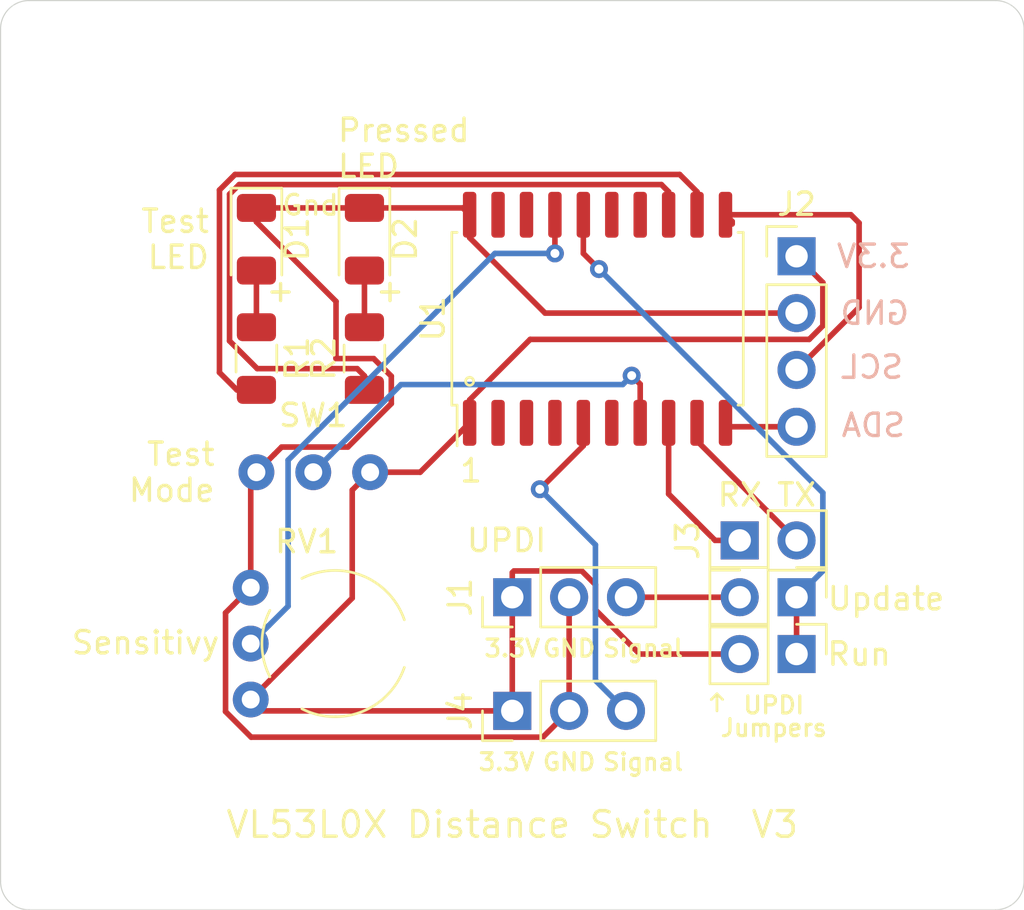
<source format=kicad_pcb>
(kicad_pcb (version 20171130) (host pcbnew "(5.1.6)-1")

  (general
    (thickness 1.6)
    (drawings 37)
    (tracks 114)
    (zones 0)
    (modules 13)
    (nets 24)
  )

  (page A4)
  (layers
    (0 F.Cu signal)
    (31 B.Cu signal)
    (32 B.Adhes user)
    (33 F.Adhes user)
    (34 B.Paste user)
    (35 F.Paste user)
    (36 B.SilkS user)
    (37 F.SilkS user)
    (38 B.Mask user)
    (39 F.Mask user)
    (40 Dwgs.User user)
    (41 Cmts.User user)
    (42 Eco1.User user)
    (43 Eco2.User user)
    (44 Edge.Cuts user)
    (45 Margin user)
    (46 B.CrtYd user)
    (47 F.CrtYd user)
    (48 B.Fab user)
    (49 F.Fab user)
  )

  (setup
    (last_trace_width 0.25)
    (trace_clearance 0.2)
    (zone_clearance 0.508)
    (zone_45_only no)
    (trace_min 0.2)
    (via_size 0.8)
    (via_drill 0.4)
    (via_min_size 0.4)
    (via_min_drill 0.3)
    (uvia_size 0.3)
    (uvia_drill 0.1)
    (uvias_allowed no)
    (uvia_min_size 0.2)
    (uvia_min_drill 0.1)
    (edge_width 0.05)
    (segment_width 0.2)
    (pcb_text_width 0.3)
    (pcb_text_size 1.5 1.5)
    (mod_edge_width 0.12)
    (mod_text_size 1 1)
    (mod_text_width 0.15)
    (pad_size 1.524 1.524)
    (pad_drill 0.762)
    (pad_to_mask_clearance 0.051)
    (solder_mask_min_width 0.25)
    (aux_axis_origin 0 0)
    (visible_elements 7FFFFFFF)
    (pcbplotparams
      (layerselection 0x010fc_ffffffff)
      (usegerberextensions false)
      (usegerberattributes false)
      (usegerberadvancedattributes false)
      (creategerberjobfile false)
      (excludeedgelayer true)
      (linewidth 0.100000)
      (plotframeref false)
      (viasonmask false)
      (mode 1)
      (useauxorigin false)
      (hpglpennumber 1)
      (hpglpenspeed 20)
      (hpglpendiameter 15.000000)
      (psnegative false)
      (psa4output false)
      (plotreference true)
      (plotvalue true)
      (plotinvisibletext false)
      (padsonsilk false)
      (subtractmaskfromsilk false)
      (outputformat 1)
      (mirror false)
      (drillshape 0)
      (scaleselection 1)
      (outputdirectory "Gerbers/"))
  )

  (net 0 "")
  (net 1 "Net-(D1-Pad2)")
  (net 2 GND)
  (net 3 "Net-(D2-Pad2)")
  (net 4 +3V3)
  (net 5 "Net-(J2-Pad3)")
  (net 6 "Net-(J2-Pad4)")
  (net 7 "Net-(J3-Pad1)")
  (net 8 "Net-(J3-Pad2)")
  (net 9 "Net-(J4-Pad3)")
  (net 10 "Net-(JP1-Pad1)")
  (net 11 "Net-(R1-Pad2)")
  (net 12 "Net-(R2-Pad1)")
  (net 13 "Net-(RV1-Pad2)")
  (net 14 "Net-(SW1-Pad2)")
  (net 15 "Net-(U1-Pad2)")
  (net 16 "Net-(U1-Pad3)")
  (net 17 "Net-(U1-Pad4)")
  (net 18 "Net-(U1-Pad6)")
  (net 19 "Net-(U1-Pad14)")
  (net 20 "Net-(U1-Pad15)")
  (net 21 "Net-(U1-Pad18)")
  (net 22 "Net-(U1-Pad19)")
  (net 23 "Net-(J1-Pad3)")

  (net_class Default "This is the default net class."
    (clearance 0.2)
    (trace_width 0.25)
    (via_dia 0.8)
    (via_drill 0.4)
    (uvia_dia 0.3)
    (uvia_drill 0.1)
    (add_net +3V3)
    (add_net GND)
    (add_net "Net-(D1-Pad2)")
    (add_net "Net-(D2-Pad2)")
    (add_net "Net-(J1-Pad3)")
    (add_net "Net-(J2-Pad3)")
    (add_net "Net-(J2-Pad4)")
    (add_net "Net-(J3-Pad1)")
    (add_net "Net-(J3-Pad2)")
    (add_net "Net-(J4-Pad3)")
    (add_net "Net-(JP1-Pad1)")
    (add_net "Net-(R1-Pad2)")
    (add_net "Net-(R2-Pad1)")
    (add_net "Net-(RV1-Pad2)")
    (add_net "Net-(SW1-Pad2)")
    (add_net "Net-(U1-Pad14)")
    (add_net "Net-(U1-Pad15)")
    (add_net "Net-(U1-Pad18)")
    (add_net "Net-(U1-Pad19)")
    (add_net "Net-(U1-Pad2)")
    (add_net "Net-(U1-Pad3)")
    (add_net "Net-(U1-Pad4)")
    (add_net "Net-(U1-Pad6)")
  )

  (module LED_SMD:LED_1206_3216Metric (layer F.Cu) (tedit 5B301BBE) (tstamp 5F0E8A74)
    (at 123.19 66.548 270)
    (descr "LED SMD 1206 (3216 Metric), square (rectangular) end terminal, IPC_7351 nominal, (Body size source: http://www.tortai-tech.com/upload/download/2011102023233369053.pdf), generated with kicad-footprint-generator")
    (tags diode)
    (path /5F0E7C07)
    (attr smd)
    (fp_text reference D1 (at 0 -1.82 90) (layer F.SilkS)
      (effects (font (size 1 1) (thickness 0.15)))
    )
    (fp_text value "Mode LED" (at 0 1.82 90) (layer F.Fab)
      (effects (font (size 1 1) (thickness 0.15)))
    )
    (fp_line (start 2.28 1.12) (end -2.28 1.12) (layer F.CrtYd) (width 0.05))
    (fp_line (start 2.28 -1.12) (end 2.28 1.12) (layer F.CrtYd) (width 0.05))
    (fp_line (start -2.28 -1.12) (end 2.28 -1.12) (layer F.CrtYd) (width 0.05))
    (fp_line (start -2.28 1.12) (end -2.28 -1.12) (layer F.CrtYd) (width 0.05))
    (fp_line (start -2.285 1.135) (end 1.6 1.135) (layer F.SilkS) (width 0.12))
    (fp_line (start -2.285 -1.135) (end -2.285 1.135) (layer F.SilkS) (width 0.12))
    (fp_line (start 1.6 -1.135) (end -2.285 -1.135) (layer F.SilkS) (width 0.12))
    (fp_line (start 1.6 0.8) (end 1.6 -0.8) (layer F.Fab) (width 0.1))
    (fp_line (start -1.6 0.8) (end 1.6 0.8) (layer F.Fab) (width 0.1))
    (fp_line (start -1.6 -0.4) (end -1.6 0.8) (layer F.Fab) (width 0.1))
    (fp_line (start -1.2 -0.8) (end -1.6 -0.4) (layer F.Fab) (width 0.1))
    (fp_line (start 1.6 -0.8) (end -1.2 -0.8) (layer F.Fab) (width 0.1))
    (fp_text user %R (at 0 0 90) (layer F.Fab)
      (effects (font (size 0.8 0.8) (thickness 0.12)))
    )
    (pad 2 smd roundrect (at 1.4 0 270) (size 1.25 1.75) (layers F.Cu F.Paste F.Mask) (roundrect_rratio 0.2)
      (net 1 "Net-(D1-Pad2)"))
    (pad 1 smd roundrect (at -1.4 0 270) (size 1.25 1.75) (layers F.Cu F.Paste F.Mask) (roundrect_rratio 0.2)
      (net 2 GND))
    (model ${KISYS3DMOD}/LED_SMD.3dshapes/LED_1206_3216Metric.wrl
      (at (xyz 0 0 0))
      (scale (xyz 1 1 1))
      (rotate (xyz 0 0 0))
    )
  )

  (module LED_SMD:LED_1206_3216Metric (layer F.Cu) (tedit 5B301BBE) (tstamp 5F0E8A87)
    (at 128.016 66.548 270)
    (descr "LED SMD 1206 (3216 Metric), square (rectangular) end terminal, IPC_7351 nominal, (Body size source: http://www.tortai-tech.com/upload/download/2011102023233369053.pdf), generated with kicad-footprint-generator")
    (tags diode)
    (path /5F06C9B2)
    (attr smd)
    (fp_text reference D2 (at 0 -1.82 90) (layer F.SilkS)
      (effects (font (size 1 1) (thickness 0.15)))
    )
    (fp_text value "Button LED" (at 0 1.82 90) (layer F.Fab)
      (effects (font (size 1 1) (thickness 0.15)))
    )
    (fp_line (start 1.6 -0.8) (end -1.2 -0.8) (layer F.Fab) (width 0.1))
    (fp_line (start -1.2 -0.8) (end -1.6 -0.4) (layer F.Fab) (width 0.1))
    (fp_line (start -1.6 -0.4) (end -1.6 0.8) (layer F.Fab) (width 0.1))
    (fp_line (start -1.6 0.8) (end 1.6 0.8) (layer F.Fab) (width 0.1))
    (fp_line (start 1.6 0.8) (end 1.6 -0.8) (layer F.Fab) (width 0.1))
    (fp_line (start 1.6 -1.135) (end -2.285 -1.135) (layer F.SilkS) (width 0.12))
    (fp_line (start -2.285 -1.135) (end -2.285 1.135) (layer F.SilkS) (width 0.12))
    (fp_line (start -2.285 1.135) (end 1.6 1.135) (layer F.SilkS) (width 0.12))
    (fp_line (start -2.28 1.12) (end -2.28 -1.12) (layer F.CrtYd) (width 0.05))
    (fp_line (start -2.28 -1.12) (end 2.28 -1.12) (layer F.CrtYd) (width 0.05))
    (fp_line (start 2.28 -1.12) (end 2.28 1.12) (layer F.CrtYd) (width 0.05))
    (fp_line (start 2.28 1.12) (end -2.28 1.12) (layer F.CrtYd) (width 0.05))
    (fp_text user %R (at 0 0 90) (layer F.Fab)
      (effects (font (size 0.8 0.8) (thickness 0.12)))
    )
    (pad 1 smd roundrect (at -1.4 0 270) (size 1.25 1.75) (layers F.Cu F.Paste F.Mask) (roundrect_rratio 0.2)
      (net 2 GND))
    (pad 2 smd roundrect (at 1.4 0 270) (size 1.25 1.75) (layers F.Cu F.Paste F.Mask) (roundrect_rratio 0.2)
      (net 3 "Net-(D2-Pad2)"))
    (model ${KISYS3DMOD}/LED_SMD.3dshapes/LED_1206_3216Metric.wrl
      (at (xyz 0 0 0))
      (scale (xyz 1 1 1))
      (rotate (xyz 0 0 0))
    )
  )

  (module Connector_PinHeader_2.54mm:PinHeader_1x03_P2.54mm_Vertical (layer F.Cu) (tedit 59FED5CC) (tstamp 5F0E8A9E)
    (at 134.62 82.55 90)
    (descr "Through hole straight pin header, 1x03, 2.54mm pitch, single row")
    (tags "Through hole pin header THT 1x03 2.54mm single row")
    (path /5F0F637A)
    (fp_text reference J1 (at 0 -2.33 90) (layer F.SilkS)
      (effects (font (size 1 1) (thickness 0.15)))
    )
    (fp_text value Conn_01x03_Male (at 0 7.41 90) (layer F.Fab)
      (effects (font (size 1 1) (thickness 0.15)))
    )
    (fp_line (start 1.8 -1.8) (end -1.8 -1.8) (layer F.CrtYd) (width 0.05))
    (fp_line (start 1.8 6.85) (end 1.8 -1.8) (layer F.CrtYd) (width 0.05))
    (fp_line (start -1.8 6.85) (end 1.8 6.85) (layer F.CrtYd) (width 0.05))
    (fp_line (start -1.8 -1.8) (end -1.8 6.85) (layer F.CrtYd) (width 0.05))
    (fp_line (start -1.33 -1.33) (end 0 -1.33) (layer F.SilkS) (width 0.12))
    (fp_line (start -1.33 0) (end -1.33 -1.33) (layer F.SilkS) (width 0.12))
    (fp_line (start -1.33 1.27) (end 1.33 1.27) (layer F.SilkS) (width 0.12))
    (fp_line (start 1.33 1.27) (end 1.33 6.41) (layer F.SilkS) (width 0.12))
    (fp_line (start -1.33 1.27) (end -1.33 6.41) (layer F.SilkS) (width 0.12))
    (fp_line (start -1.33 6.41) (end 1.33 6.41) (layer F.SilkS) (width 0.12))
    (fp_line (start -1.27 -0.635) (end -0.635 -1.27) (layer F.Fab) (width 0.1))
    (fp_line (start -1.27 6.35) (end -1.27 -0.635) (layer F.Fab) (width 0.1))
    (fp_line (start 1.27 6.35) (end -1.27 6.35) (layer F.Fab) (width 0.1))
    (fp_line (start 1.27 -1.27) (end 1.27 6.35) (layer F.Fab) (width 0.1))
    (fp_line (start -0.635 -1.27) (end 1.27 -1.27) (layer F.Fab) (width 0.1))
    (fp_text user %R (at 0 2.54) (layer F.Fab)
      (effects (font (size 1 1) (thickness 0.15)))
    )
    (pad 3 thru_hole oval (at 0 5.08 90) (size 1.7 1.7) (drill 1) (layers *.Cu *.Mask)
      (net 23 "Net-(J1-Pad3)"))
    (pad 2 thru_hole oval (at 0 2.54 90) (size 1.7 1.7) (drill 1) (layers *.Cu *.Mask)
      (net 2 GND))
    (pad 1 thru_hole rect (at 0 0 90) (size 1.7 1.7) (drill 1) (layers *.Cu *.Mask)
      (net 4 +3V3))
    (model ${KISYS3DMOD}/Connector_PinHeader_2.54mm.3dshapes/PinHeader_1x03_P2.54mm_Vertical.wrl
      (at (xyz 0 0 0))
      (scale (xyz 1 1 1))
      (rotate (xyz 0 0 0))
    )
  )

  (module Connector_PinHeader_2.54mm:PinHeader_1x04_P2.54mm_Vertical (layer F.Cu) (tedit 59FED5CC) (tstamp 5F0E8AB6)
    (at 147.32 67.31)
    (descr "Through hole straight pin header, 1x04, 2.54mm pitch, single row")
    (tags "Through hole pin header THT 1x04 2.54mm single row")
    (path /5F06934F)
    (fp_text reference J2 (at 0 -2.33) (layer F.SilkS)
      (effects (font (size 1 1) (thickness 0.15)))
    )
    (fp_text value Conn_01x04_Female (at 0 9.95) (layer F.Fab)
      (effects (font (size 1 1) (thickness 0.15)))
    )
    (fp_line (start -0.635 -1.27) (end 1.27 -1.27) (layer F.Fab) (width 0.1))
    (fp_line (start 1.27 -1.27) (end 1.27 8.89) (layer F.Fab) (width 0.1))
    (fp_line (start 1.27 8.89) (end -1.27 8.89) (layer F.Fab) (width 0.1))
    (fp_line (start -1.27 8.89) (end -1.27 -0.635) (layer F.Fab) (width 0.1))
    (fp_line (start -1.27 -0.635) (end -0.635 -1.27) (layer F.Fab) (width 0.1))
    (fp_line (start -1.33 8.95) (end 1.33 8.95) (layer F.SilkS) (width 0.12))
    (fp_line (start -1.33 1.27) (end -1.33 8.95) (layer F.SilkS) (width 0.12))
    (fp_line (start 1.33 1.27) (end 1.33 8.95) (layer F.SilkS) (width 0.12))
    (fp_line (start -1.33 1.27) (end 1.33 1.27) (layer F.SilkS) (width 0.12))
    (fp_line (start -1.33 0) (end -1.33 -1.33) (layer F.SilkS) (width 0.12))
    (fp_line (start -1.33 -1.33) (end 0 -1.33) (layer F.SilkS) (width 0.12))
    (fp_line (start -1.8 -1.8) (end -1.8 9.4) (layer F.CrtYd) (width 0.05))
    (fp_line (start -1.8 9.4) (end 1.8 9.4) (layer F.CrtYd) (width 0.05))
    (fp_line (start 1.8 9.4) (end 1.8 -1.8) (layer F.CrtYd) (width 0.05))
    (fp_line (start 1.8 -1.8) (end -1.8 -1.8) (layer F.CrtYd) (width 0.05))
    (fp_text user %R (at 0 3.81 90) (layer F.Fab)
      (effects (font (size 1 1) (thickness 0.15)))
    )
    (pad 1 thru_hole rect (at 0 0) (size 1.7 1.7) (drill 1) (layers *.Cu *.Mask)
      (net 4 +3V3))
    (pad 2 thru_hole oval (at 0 2.54) (size 1.7 1.7) (drill 1) (layers *.Cu *.Mask)
      (net 2 GND))
    (pad 3 thru_hole oval (at 0 5.08) (size 1.7 1.7) (drill 1) (layers *.Cu *.Mask)
      (net 5 "Net-(J2-Pad3)"))
    (pad 4 thru_hole oval (at 0 7.62) (size 1.7 1.7) (drill 1) (layers *.Cu *.Mask)
      (net 6 "Net-(J2-Pad4)"))
    (model ${KISYS3DMOD}/Connector_PinHeader_2.54mm.3dshapes/PinHeader_1x04_P2.54mm_Vertical.wrl
      (at (xyz 0 0 0))
      (scale (xyz 1 1 1))
      (rotate (xyz 0 0 0))
    )
  )

  (module Connector_PinHeader_2.54mm:PinHeader_1x02_P2.54mm_Vertical (layer F.Cu) (tedit 59FED5CC) (tstamp 5F0E8ACC)
    (at 144.78 80.01 90)
    (descr "Through hole straight pin header, 1x02, 2.54mm pitch, single row")
    (tags "Through hole pin header THT 1x02 2.54mm single row")
    (path /5F105FA1)
    (fp_text reference J3 (at 0 -2.33 90) (layer F.SilkS)
      (effects (font (size 1 1) (thickness 0.15)))
    )
    (fp_text value Conn_01x02_Male (at 0 4.87 90) (layer F.Fab)
      (effects (font (size 1 1) (thickness 0.15)))
    )
    (fp_line (start -0.635 -1.27) (end 1.27 -1.27) (layer F.Fab) (width 0.1))
    (fp_line (start 1.27 -1.27) (end 1.27 3.81) (layer F.Fab) (width 0.1))
    (fp_line (start 1.27 3.81) (end -1.27 3.81) (layer F.Fab) (width 0.1))
    (fp_line (start -1.27 3.81) (end -1.27 -0.635) (layer F.Fab) (width 0.1))
    (fp_line (start -1.27 -0.635) (end -0.635 -1.27) (layer F.Fab) (width 0.1))
    (fp_line (start -1.33 3.87) (end 1.33 3.87) (layer F.SilkS) (width 0.12))
    (fp_line (start -1.33 1.27) (end -1.33 3.87) (layer F.SilkS) (width 0.12))
    (fp_line (start 1.33 1.27) (end 1.33 3.87) (layer F.SilkS) (width 0.12))
    (fp_line (start -1.33 1.27) (end 1.33 1.27) (layer F.SilkS) (width 0.12))
    (fp_line (start -1.33 0) (end -1.33 -1.33) (layer F.SilkS) (width 0.12))
    (fp_line (start -1.33 -1.33) (end 0 -1.33) (layer F.SilkS) (width 0.12))
    (fp_line (start -1.8 -1.8) (end -1.8 4.35) (layer F.CrtYd) (width 0.05))
    (fp_line (start -1.8 4.35) (end 1.8 4.35) (layer F.CrtYd) (width 0.05))
    (fp_line (start 1.8 4.35) (end 1.8 -1.8) (layer F.CrtYd) (width 0.05))
    (fp_line (start 1.8 -1.8) (end -1.8 -1.8) (layer F.CrtYd) (width 0.05))
    (fp_text user %R (at 0 1.27) (layer F.Fab)
      (effects (font (size 1 1) (thickness 0.15)))
    )
    (pad 1 thru_hole rect (at 0 0 90) (size 1.7 1.7) (drill 1) (layers *.Cu *.Mask)
      (net 7 "Net-(J3-Pad1)"))
    (pad 2 thru_hole oval (at 0 2.54 90) (size 1.7 1.7) (drill 1) (layers *.Cu *.Mask)
      (net 8 "Net-(J3-Pad2)"))
    (model ${KISYS3DMOD}/Connector_PinHeader_2.54mm.3dshapes/PinHeader_1x02_P2.54mm_Vertical.wrl
      (at (xyz 0 0 0))
      (scale (xyz 1 1 1))
      (rotate (xyz 0 0 0))
    )
  )

  (module Connector_PinHeader_2.54mm:PinHeader_1x03_P2.54mm_Vertical (layer F.Cu) (tedit 59FED5CC) (tstamp 5F0E8AE3)
    (at 134.62 87.63 90)
    (descr "Through hole straight pin header, 1x03, 2.54mm pitch, single row")
    (tags "Through hole pin header THT 1x03 2.54mm single row")
    (path /5F06E200)
    (fp_text reference J4 (at 0 -2.33 90) (layer F.SilkS)
      (effects (font (size 1 1) (thickness 0.15)))
    )
    (fp_text value Conn_01x03_Male (at 0 7.41 90) (layer F.Fab)
      (effects (font (size 1 1) (thickness 0.15)))
    )
    (fp_line (start -0.635 -1.27) (end 1.27 -1.27) (layer F.Fab) (width 0.1))
    (fp_line (start 1.27 -1.27) (end 1.27 6.35) (layer F.Fab) (width 0.1))
    (fp_line (start 1.27 6.35) (end -1.27 6.35) (layer F.Fab) (width 0.1))
    (fp_line (start -1.27 6.35) (end -1.27 -0.635) (layer F.Fab) (width 0.1))
    (fp_line (start -1.27 -0.635) (end -0.635 -1.27) (layer F.Fab) (width 0.1))
    (fp_line (start -1.33 6.41) (end 1.33 6.41) (layer F.SilkS) (width 0.12))
    (fp_line (start -1.33 1.27) (end -1.33 6.41) (layer F.SilkS) (width 0.12))
    (fp_line (start 1.33 1.27) (end 1.33 6.41) (layer F.SilkS) (width 0.12))
    (fp_line (start -1.33 1.27) (end 1.33 1.27) (layer F.SilkS) (width 0.12))
    (fp_line (start -1.33 0) (end -1.33 -1.33) (layer F.SilkS) (width 0.12))
    (fp_line (start -1.33 -1.33) (end 0 -1.33) (layer F.SilkS) (width 0.12))
    (fp_line (start -1.8 -1.8) (end -1.8 6.85) (layer F.CrtYd) (width 0.05))
    (fp_line (start -1.8 6.85) (end 1.8 6.85) (layer F.CrtYd) (width 0.05))
    (fp_line (start 1.8 6.85) (end 1.8 -1.8) (layer F.CrtYd) (width 0.05))
    (fp_line (start 1.8 -1.8) (end -1.8 -1.8) (layer F.CrtYd) (width 0.05))
    (fp_text user %R (at 0 2.54) (layer F.Fab)
      (effects (font (size 1 1) (thickness 0.15)))
    )
    (pad 1 thru_hole rect (at 0 0 90) (size 1.7 1.7) (drill 1) (layers *.Cu *.Mask)
      (net 4 +3V3))
    (pad 2 thru_hole oval (at 0 2.54 90) (size 1.7 1.7) (drill 1) (layers *.Cu *.Mask)
      (net 2 GND))
    (pad 3 thru_hole oval (at 0 5.08 90) (size 1.7 1.7) (drill 1) (layers *.Cu *.Mask)
      (net 9 "Net-(J4-Pad3)"))
    (model ${KISYS3DMOD}/Connector_PinHeader_2.54mm.3dshapes/PinHeader_1x03_P2.54mm_Vertical.wrl
      (at (xyz 0 0 0))
      (scale (xyz 1 1 1))
      (rotate (xyz 0 0 0))
    )
  )

  (module Connector_PinHeader_2.54mm:PinHeader_1x02_P2.54mm_Vertical (layer F.Cu) (tedit 59FED5CC) (tstamp 5F0E8AF9)
    (at 147.32 85.09 270)
    (descr "Through hole straight pin header, 1x02, 2.54mm pitch, single row")
    (tags "Through hole pin header THT 1x02 2.54mm single row")
    (path /5F0ED243)
    (fp_text reference Run (at 0 -2.794 180) (layer F.SilkS)
      (effects (font (size 1 1) (thickness 0.15)))
    )
    (fp_text value Jumper_NO_Small (at 0 4.87 90) (layer F.Fab)
      (effects (font (size 1 1) (thickness 0.15)))
    )
    (fp_line (start 1.8 -1.8) (end -1.8 -1.8) (layer F.CrtYd) (width 0.05))
    (fp_line (start 1.8 4.35) (end 1.8 -1.8) (layer F.CrtYd) (width 0.05))
    (fp_line (start -1.8 4.35) (end 1.8 4.35) (layer F.CrtYd) (width 0.05))
    (fp_line (start -1.8 -1.8) (end -1.8 4.35) (layer F.CrtYd) (width 0.05))
    (fp_line (start -1.33 -1.33) (end 0 -1.33) (layer F.SilkS) (width 0.12))
    (fp_line (start -1.33 0) (end -1.33 -1.33) (layer F.SilkS) (width 0.12))
    (fp_line (start -1.33 1.27) (end 1.33 1.27) (layer F.SilkS) (width 0.12))
    (fp_line (start 1.33 1.27) (end 1.33 3.87) (layer F.SilkS) (width 0.12))
    (fp_line (start -1.33 1.27) (end -1.33 3.87) (layer F.SilkS) (width 0.12))
    (fp_line (start -1.33 3.87) (end 1.33 3.87) (layer F.SilkS) (width 0.12))
    (fp_line (start -1.27 -0.635) (end -0.635 -1.27) (layer F.Fab) (width 0.1))
    (fp_line (start -1.27 3.81) (end -1.27 -0.635) (layer F.Fab) (width 0.1))
    (fp_line (start 1.27 3.81) (end -1.27 3.81) (layer F.Fab) (width 0.1))
    (fp_line (start 1.27 -1.27) (end 1.27 3.81) (layer F.Fab) (width 0.1))
    (fp_line (start -0.635 -1.27) (end 1.27 -1.27) (layer F.Fab) (width 0.1))
    (fp_text user %R (at 0 1.27) (layer F.Fab)
      (effects (font (size 1 1) (thickness 0.15)))
    )
    (pad 2 thru_hole oval (at 0 2.54 270) (size 1.7 1.7) (drill 1) (layers *.Cu *.Mask)
      (net 4 +3V3))
    (pad 1 thru_hole rect (at 0 0 270) (size 1.7 1.7) (drill 1) (layers *.Cu *.Mask)
      (net 10 "Net-(JP1-Pad1)"))
    (model ${KISYS3DMOD}/Connector_PinHeader_2.54mm.3dshapes/PinHeader_1x02_P2.54mm_Vertical.wrl
      (at (xyz 0 0 0))
      (scale (xyz 1 1 1))
      (rotate (xyz 0 0 0))
    )
  )

  (module Connector_PinHeader_2.54mm:PinHeader_1x02_P2.54mm_Vertical (layer F.Cu) (tedit 59FED5CC) (tstamp 5F0E9653)
    (at 147.32 82.55 270)
    (descr "Through hole straight pin header, 1x02, 2.54mm pitch, single row")
    (tags "Through hole pin header THT 1x02 2.54mm single row")
    (path /5F0EE75E)
    (fp_text reference Update (at 0.0635 -4.0005 180) (layer F.SilkS)
      (effects (font (size 1 1) (thickness 0.15)))
    )
    (fp_text value Jumper_NO_Small (at 0 4.87 90) (layer F.Fab)
      (effects (font (size 1 1) (thickness 0.15)))
    )
    (fp_line (start 1.8 -1.8) (end -1.8 -1.8) (layer F.CrtYd) (width 0.05))
    (fp_line (start 1.8 4.35) (end 1.8 -1.8) (layer F.CrtYd) (width 0.05))
    (fp_line (start -1.8 4.35) (end 1.8 4.35) (layer F.CrtYd) (width 0.05))
    (fp_line (start -1.8 -1.8) (end -1.8 4.35) (layer F.CrtYd) (width 0.05))
    (fp_line (start -1.33 -1.33) (end 0 -1.33) (layer F.SilkS) (width 0.12))
    (fp_line (start -1.33 0) (end -1.33 -1.33) (layer F.SilkS) (width 0.12))
    (fp_line (start -1.33 1.27) (end 1.33 1.27) (layer F.SilkS) (width 0.12))
    (fp_line (start 1.33 1.27) (end 1.33 3.87) (layer F.SilkS) (width 0.12))
    (fp_line (start -1.33 1.27) (end -1.33 3.87) (layer F.SilkS) (width 0.12))
    (fp_line (start -1.33 3.87) (end 1.33 3.87) (layer F.SilkS) (width 0.12))
    (fp_line (start -1.27 -0.635) (end -0.635 -1.27) (layer F.Fab) (width 0.1))
    (fp_line (start -1.27 3.81) (end -1.27 -0.635) (layer F.Fab) (width 0.1))
    (fp_line (start 1.27 3.81) (end -1.27 3.81) (layer F.Fab) (width 0.1))
    (fp_line (start 1.27 -1.27) (end 1.27 3.81) (layer F.Fab) (width 0.1))
    (fp_line (start -0.635 -1.27) (end 1.27 -1.27) (layer F.Fab) (width 0.1))
    (fp_text user %R (at 0 1.27) (layer F.Fab)
      (effects (font (size 1 1) (thickness 0.15)))
    )
    (pad 2 thru_hole oval (at 0 2.54 270) (size 1.7 1.7) (drill 1) (layers *.Cu *.Mask)
      (net 23 "Net-(J1-Pad3)"))
    (pad 1 thru_hole rect (at 0 0 270) (size 1.7 1.7) (drill 1) (layers *.Cu *.Mask)
      (net 10 "Net-(JP1-Pad1)"))
    (model ${KISYS3DMOD}/Connector_PinHeader_2.54mm.3dshapes/PinHeader_1x02_P2.54mm_Vertical.wrl
      (at (xyz 0 0 0))
      (scale (xyz 1 1 1))
      (rotate (xyz 0 0 0))
    )
  )

  (module Resistor_SMD:R_1206_3216Metric (layer F.Cu) (tedit 5B301BBD) (tstamp 5F0E8B20)
    (at 123.19 71.882 270)
    (descr "Resistor SMD 1206 (3216 Metric), square (rectangular) end terminal, IPC_7351 nominal, (Body size source: http://www.tortai-tech.com/upload/download/2011102023233369053.pdf), generated with kicad-footprint-generator")
    (tags resistor)
    (path /5F06D11A)
    (attr smd)
    (fp_text reference R1 (at 0 -1.82 90) (layer F.SilkS)
      (effects (font (size 1 1) (thickness 0.15)))
    )
    (fp_text value 220 (at 0 1.82 90) (layer F.Fab)
      (effects (font (size 1 1) (thickness 0.15)))
    )
    (fp_line (start -1.6 0.8) (end -1.6 -0.8) (layer F.Fab) (width 0.1))
    (fp_line (start -1.6 -0.8) (end 1.6 -0.8) (layer F.Fab) (width 0.1))
    (fp_line (start 1.6 -0.8) (end 1.6 0.8) (layer F.Fab) (width 0.1))
    (fp_line (start 1.6 0.8) (end -1.6 0.8) (layer F.Fab) (width 0.1))
    (fp_line (start -0.602064 -0.91) (end 0.602064 -0.91) (layer F.SilkS) (width 0.12))
    (fp_line (start -0.602064 0.91) (end 0.602064 0.91) (layer F.SilkS) (width 0.12))
    (fp_line (start -2.28 1.12) (end -2.28 -1.12) (layer F.CrtYd) (width 0.05))
    (fp_line (start -2.28 -1.12) (end 2.28 -1.12) (layer F.CrtYd) (width 0.05))
    (fp_line (start 2.28 -1.12) (end 2.28 1.12) (layer F.CrtYd) (width 0.05))
    (fp_line (start 2.28 1.12) (end -2.28 1.12) (layer F.CrtYd) (width 0.05))
    (fp_text user %R (at 0 0 90) (layer F.Fab)
      (effects (font (size 0.8 0.8) (thickness 0.12)))
    )
    (pad 1 smd roundrect (at -1.4 0 270) (size 1.25 1.75) (layers F.Cu F.Paste F.Mask) (roundrect_rratio 0.2)
      (net 1 "Net-(D1-Pad2)"))
    (pad 2 smd roundrect (at 1.4 0 270) (size 1.25 1.75) (layers F.Cu F.Paste F.Mask) (roundrect_rratio 0.2)
      (net 11 "Net-(R1-Pad2)"))
    (model ${KISYS3DMOD}/Resistor_SMD.3dshapes/R_1206_3216Metric.wrl
      (at (xyz 0 0 0))
      (scale (xyz 1 1 1))
      (rotate (xyz 0 0 0))
    )
  )

  (module Resistor_SMD:R_1206_3216Metric (layer F.Cu) (tedit 5B301BBD) (tstamp 5F0E8B31)
    (at 128.016 71.882 90)
    (descr "Resistor SMD 1206 (3216 Metric), square (rectangular) end terminal, IPC_7351 nominal, (Body size source: http://www.tortai-tech.com/upload/download/2011102023233369053.pdf), generated with kicad-footprint-generator")
    (tags resistor)
    (path /5F0E91E8)
    (attr smd)
    (fp_text reference R2 (at 0 -1.82 90) (layer F.SilkS)
      (effects (font (size 1 1) (thickness 0.15)))
    )
    (fp_text value 220 (at 0 1.82 90) (layer F.Fab)
      (effects (font (size 1 1) (thickness 0.15)))
    )
    (fp_line (start 2.28 1.12) (end -2.28 1.12) (layer F.CrtYd) (width 0.05))
    (fp_line (start 2.28 -1.12) (end 2.28 1.12) (layer F.CrtYd) (width 0.05))
    (fp_line (start -2.28 -1.12) (end 2.28 -1.12) (layer F.CrtYd) (width 0.05))
    (fp_line (start -2.28 1.12) (end -2.28 -1.12) (layer F.CrtYd) (width 0.05))
    (fp_line (start -0.602064 0.91) (end 0.602064 0.91) (layer F.SilkS) (width 0.12))
    (fp_line (start -0.602064 -0.91) (end 0.602064 -0.91) (layer F.SilkS) (width 0.12))
    (fp_line (start 1.6 0.8) (end -1.6 0.8) (layer F.Fab) (width 0.1))
    (fp_line (start 1.6 -0.8) (end 1.6 0.8) (layer F.Fab) (width 0.1))
    (fp_line (start -1.6 -0.8) (end 1.6 -0.8) (layer F.Fab) (width 0.1))
    (fp_line (start -1.6 0.8) (end -1.6 -0.8) (layer F.Fab) (width 0.1))
    (fp_text user %R (at 0 0 90) (layer F.Fab)
      (effects (font (size 0.8 0.8) (thickness 0.12)))
    )
    (pad 2 smd roundrect (at 1.4 0 90) (size 1.25 1.75) (layers F.Cu F.Paste F.Mask) (roundrect_rratio 0.2)
      (net 3 "Net-(D2-Pad2)"))
    (pad 1 smd roundrect (at -1.4 0 90) (size 1.25 1.75) (layers F.Cu F.Paste F.Mask) (roundrect_rratio 0.2)
      (net 12 "Net-(R2-Pad1)"))
    (model ${KISYS3DMOD}/Resistor_SMD.3dshapes/R_1206_3216Metric.wrl
      (at (xyz 0 0 0))
      (scale (xyz 1 1 1))
      (rotate (xyz 0 0 0))
    )
  )

  (module Project:Potentiometer_Small_Blue (layer F.Cu) (tedit 5F0E7BA6) (tstamp 5F0E8B54)
    (at 122.936 87.122)
    (descr "Potentiometer, vertical, Piher PT-6-V, http://www.piher-nacesa.com/pdf/11-PT6v03.pdf")
    (tags "Potentiometer vertical Piher PT-6-V")
    (path /5F06ABC6)
    (fp_text reference RV1 (at 2.5 -7.06) (layer F.SilkS)
      (effects (font (size 1 1) (thickness 0.15)))
    )
    (fp_text value R_POT (at 2.5 3.81) (layer F.Fab)
      (effects (font (size 1 1) (thickness 0.15)))
    )
    (fp_circle (center 3.77 -2.5) (end 6.92 -2.5) (layer F.Fab) (width 0.1))
    (fp_circle (center 3.77 -2.5) (end 4.67 -2.5) (layer F.Fab) (width 0.1))
    (fp_line (start -1.1 -7.1) (end -1.1 2.1) (layer F.CrtYd) (width 0.05))
    (fp_line (start -1.1 2.1) (end 8.4 2.1) (layer F.CrtYd) (width 0.05))
    (fp_line (start 8.4 2.1) (end 8.4 -7.1) (layer F.CrtYd) (width 0.05))
    (fp_line (start 8.4 -7.1) (end -1.1 -7.1) (layer F.CrtYd) (width 0.05))
    (fp_arc (start 3.77 -2.5) (end 3.77 0.77) (angle -71) (layer F.SilkS) (width 0.12))
    (fp_arc (start 3.77 -2.5) (end 6.862 -3.564) (angle -98) (layer F.SilkS) (width 0.12))
    (fp_arc (start 3.77 -2.5) (end 0.856 -3.984) (angle -54) (layer F.SilkS) (width 0.12))
    (fp_arc (start 3.77 -2.5) (end 2.285 0.414) (angle -28) (layer F.SilkS) (width 0.12))
    (fp_text user %R (at 0.55 -2.5 90) (layer F.Fab)
      (effects (font (size 1 1) (thickness 0.15)))
    )
    (pad 3 thru_hole circle (at 0 -5) (size 1.6 1.6) (drill 0.8) (layers *.Cu *.Mask)
      (net 2 GND))
    (pad 2 thru_hole circle (at 0 -2.5) (size 1.6 1.6) (drill 0.8) (layers *.Cu *.Mask)
      (net 13 "Net-(RV1-Pad2)"))
    (pad 1 thru_hole circle (at 0 0) (size 1.6 1.6) (drill 0.8) (layers *.Cu *.Mask)
      (net 4 +3V3))
    (model ${KISYS3DMOD}/Potentiometer_THT.3dshapes/Potentiometer_Piher_PT-6-V_Vertical.wrl
      (at (xyz 0 0 0))
      (scale (xyz 1 1 1))
      (rotate (xyz 0 0 0))
    )
  )

  (module Project:Switch_THT_SPDT (layer F.Cu) (tedit 5F0E7C97) (tstamp 5F0E8B62)
    (at 125.73 76.962)
    (path /5F121D61)
    (fp_text reference SW1 (at 0 -2.54) (layer F.SilkS)
      (effects (font (size 1 1) (thickness 0.15)))
    )
    (fp_text value SW_SPDT (at 0 2.54) (layer F.Fab)
      (effects (font (size 1 1) (thickness 0.15)))
    )
    (fp_line (start -3.81 -1.27) (end -3.81 1.27) (layer F.CrtYd) (width 0.12))
    (fp_line (start -3.81 1.27) (end 3.81 1.27) (layer F.CrtYd) (width 0.12))
    (fp_line (start 3.81 1.27) (end 3.81 -1.27) (layer F.CrtYd) (width 0.12))
    (fp_line (start 3.81 -1.27) (end -3.81 -1.27) (layer F.CrtYd) (width 0.12))
    (fp_line (start -1.27 -1.27) (end -1.27 -1.905) (layer F.Fab) (width 0.12))
    (fp_line (start -1.27 -1.905) (end 0.635 -1.905) (layer F.Fab) (width 0.12))
    (fp_line (start 0.635 -1.905) (end 0.635 -1.27) (layer F.Fab) (width 0.12))
    (pad 1 thru_hole circle (at -2.54 0) (size 1.6 1.6) (drill 0.8) (layers *.Cu *.Mask)
      (net 2 GND))
    (pad 2 thru_hole circle (at 0 0) (size 1.6 1.6) (drill 0.8) (layers *.Cu *.Mask)
      (net 14 "Net-(SW1-Pad2)"))
    (pad 3 thru_hole circle (at 2.54 0) (size 1.6 1.6) (drill 0.8) (layers *.Cu *.Mask)
      (net 4 +3V3))
  )

  (module Package_SO:SOIC-20W_7.5x12.8mm_P1.27mm (layer F.Cu) (tedit 5D9F72B1) (tstamp 5F0E8B8D)
    (at 138.43 70.104 90)
    (descr "SOIC, 20 Pin (JEDEC MS-013AC, https://www.analog.com/media/en/package-pcb-resources/package/233848rw_20.pdf), generated with kicad-footprint-generator ipc_gullwing_generator.py")
    (tags "SOIC SO")
    (path /5F0E6AB8)
    (attr smd)
    (fp_text reference U1 (at 0 -7.35 90) (layer F.SilkS)
      (effects (font (size 1 1) (thickness 0.15)))
    )
    (fp_text value ATtiny3216-S (at 0 7.35 90) (layer F.Fab)
      (effects (font (size 1 1) (thickness 0.15)))
    )
    (fp_line (start 0 6.51) (end 3.86 6.51) (layer F.SilkS) (width 0.12))
    (fp_line (start 3.86 6.51) (end 3.86 6.275) (layer F.SilkS) (width 0.12))
    (fp_line (start 0 6.51) (end -3.86 6.51) (layer F.SilkS) (width 0.12))
    (fp_line (start -3.86 6.51) (end -3.86 6.275) (layer F.SilkS) (width 0.12))
    (fp_line (start 0 -6.51) (end 3.86 -6.51) (layer F.SilkS) (width 0.12))
    (fp_line (start 3.86 -6.51) (end 3.86 -6.275) (layer F.SilkS) (width 0.12))
    (fp_line (start 0 -6.51) (end -3.86 -6.51) (layer F.SilkS) (width 0.12))
    (fp_line (start -3.86 -6.51) (end -3.86 -6.275) (layer F.SilkS) (width 0.12))
    (fp_line (start -3.86 -6.275) (end -5.675 -6.275) (layer F.SilkS) (width 0.12))
    (fp_line (start -2.75 -6.4) (end 3.75 -6.4) (layer F.Fab) (width 0.1))
    (fp_line (start 3.75 -6.4) (end 3.75 6.4) (layer F.Fab) (width 0.1))
    (fp_line (start 3.75 6.4) (end -3.75 6.4) (layer F.Fab) (width 0.1))
    (fp_line (start -3.75 6.4) (end -3.75 -5.4) (layer F.Fab) (width 0.1))
    (fp_line (start -3.75 -5.4) (end -2.75 -6.4) (layer F.Fab) (width 0.1))
    (fp_line (start -5.93 -6.65) (end -5.93 6.65) (layer F.CrtYd) (width 0.05))
    (fp_line (start -5.93 6.65) (end 5.93 6.65) (layer F.CrtYd) (width 0.05))
    (fp_line (start 5.93 6.65) (end 5.93 -6.65) (layer F.CrtYd) (width 0.05))
    (fp_line (start 5.93 -6.65) (end -5.93 -6.65) (layer F.CrtYd) (width 0.05))
    (fp_text user %R (at 0 0 90) (layer F.Fab)
      (effects (font (size 1 1) (thickness 0.15)))
    )
    (pad 1 smd roundrect (at -4.65 -5.715 90) (size 2.05 0.6) (layers F.Cu F.Paste F.Mask) (roundrect_rratio 0.25)
      (net 4 +3V3))
    (pad 2 smd roundrect (at -4.65 -4.445 90) (size 2.05 0.6) (layers F.Cu F.Paste F.Mask) (roundrect_rratio 0.25)
      (net 15 "Net-(U1-Pad2)"))
    (pad 3 smd roundrect (at -4.65 -3.175 90) (size 2.05 0.6) (layers F.Cu F.Paste F.Mask) (roundrect_rratio 0.25)
      (net 16 "Net-(U1-Pad3)"))
    (pad 4 smd roundrect (at -4.65 -1.905 90) (size 2.05 0.6) (layers F.Cu F.Paste F.Mask) (roundrect_rratio 0.25)
      (net 17 "Net-(U1-Pad4)"))
    (pad 5 smd roundrect (at -4.65 -0.635 90) (size 2.05 0.6) (layers F.Cu F.Paste F.Mask) (roundrect_rratio 0.25)
      (net 9 "Net-(J4-Pad3)"))
    (pad 6 smd roundrect (at -4.65 0.635 90) (size 2.05 0.6) (layers F.Cu F.Paste F.Mask) (roundrect_rratio 0.25)
      (net 18 "Net-(U1-Pad6)"))
    (pad 7 smd roundrect (at -4.65 1.905 90) (size 2.05 0.6) (layers F.Cu F.Paste F.Mask) (roundrect_rratio 0.25)
      (net 14 "Net-(SW1-Pad2)"))
    (pad 8 smd roundrect (at -4.65 3.175 90) (size 2.05 0.6) (layers F.Cu F.Paste F.Mask) (roundrect_rratio 0.25)
      (net 7 "Net-(J3-Pad1)"))
    (pad 9 smd roundrect (at -4.65 4.445 90) (size 2.05 0.6) (layers F.Cu F.Paste F.Mask) (roundrect_rratio 0.25)
      (net 8 "Net-(J3-Pad2)"))
    (pad 10 smd roundrect (at -4.65 5.715 90) (size 2.05 0.6) (layers F.Cu F.Paste F.Mask) (roundrect_rratio 0.25)
      (net 6 "Net-(J2-Pad4)"))
    (pad 11 smd roundrect (at 4.65 5.715 90) (size 2.05 0.6) (layers F.Cu F.Paste F.Mask) (roundrect_rratio 0.25)
      (net 5 "Net-(J2-Pad3)"))
    (pad 12 smd roundrect (at 4.65 4.445 90) (size 2.05 0.6) (layers F.Cu F.Paste F.Mask) (roundrect_rratio 0.25)
      (net 11 "Net-(R1-Pad2)"))
    (pad 13 smd roundrect (at 4.65 3.175 90) (size 2.05 0.6) (layers F.Cu F.Paste F.Mask) (roundrect_rratio 0.25)
      (net 12 "Net-(R2-Pad1)"))
    (pad 14 smd roundrect (at 4.65 1.905 90) (size 2.05 0.6) (layers F.Cu F.Paste F.Mask) (roundrect_rratio 0.25)
      (net 19 "Net-(U1-Pad14)"))
    (pad 15 smd roundrect (at 4.65 0.635 90) (size 2.05 0.6) (layers F.Cu F.Paste F.Mask) (roundrect_rratio 0.25)
      (net 20 "Net-(U1-Pad15)"))
    (pad 16 smd roundrect (at 4.65 -0.635 90) (size 2.05 0.6) (layers F.Cu F.Paste F.Mask) (roundrect_rratio 0.25)
      (net 10 "Net-(JP1-Pad1)"))
    (pad 17 smd roundrect (at 4.65 -1.905 90) (size 2.05 0.6) (layers F.Cu F.Paste F.Mask) (roundrect_rratio 0.25)
      (net 13 "Net-(RV1-Pad2)"))
    (pad 18 smd roundrect (at 4.65 -3.175 90) (size 2.05 0.6) (layers F.Cu F.Paste F.Mask) (roundrect_rratio 0.25)
      (net 21 "Net-(U1-Pad18)"))
    (pad 19 smd roundrect (at 4.65 -4.445 90) (size 2.05 0.6) (layers F.Cu F.Paste F.Mask) (roundrect_rratio 0.25)
      (net 22 "Net-(U1-Pad19)"))
    (pad 20 smd roundrect (at 4.65 -5.715 90) (size 2.05 0.6) (layers F.Cu F.Paste F.Mask) (roundrect_rratio 0.25)
      (net 2 GND))
    (model ${KISYS3DMOD}/Package_SO.3dshapes/SOIC-20W_7.5x12.8mm_P1.27mm.wrl
      (at (xyz 0 0 0))
      (scale (xyz 1 1 1))
      (rotate (xyz 0 0 0))
    )
  )

  (gr_text + (at 129.159 68.834) (layer F.SilkS)
    (effects (font (size 1 1) (thickness 0.15)))
  )
  (gr_text + (at 124.2695 68.834) (layer F.SilkS)
    (effects (font (size 1 1) (thickness 0.15)))
  )
  (gr_text Gnd (at 125.603 65.024) (layer F.SilkS)
    (effects (font (size 0.889 0.889) (thickness 0.1397)))
  )
  (gr_circle (center 132.715 72.898) (end 132.842 73.025) (layer F.SilkS) (width 0.12))
  (gr_text 1 (at 132.7785 76.8985) (layer F.SilkS)
    (effects (font (size 1 1) (thickness 0.15)))
  )
  (gr_text Sensitivy (at 118.237 84.582) (layer F.SilkS)
    (effects (font (size 1 1) (thickness 0.15)))
  )
  (gr_text "Pressed\nLED" (at 126.746 62.484) (layer F.SilkS)
    (effects (font (size 1 1) (thickness 0.15)) (justify left))
  )
  (gr_text "Test\nLED" (at 121.158 66.548) (layer F.SilkS)
    (effects (font (size 1 1) (thickness 0.15)) (justify right))
  )
  (gr_text "Test\nMode" (at 121.412 76.962) (layer F.SilkS)
    (effects (font (size 1 1) (thickness 0.15)) (justify right))
  )
  (gr_text "VL53L0X Distance Switch  V3" (at 134.62 92.71) (layer F.SilkS)
    (effects (font (size 1.143 1.143) (thickness 0.1524)))
  )
  (gr_arc (start 156.21 57.15) (end 157.48 57.15) (angle -90) (layer Edge.Cuts) (width 0.05))
  (gr_arc (start 156.21 95.25) (end 156.21 96.52) (angle -90) (layer Edge.Cuts) (width 0.05))
  (gr_arc (start 113.03 95.25) (end 111.76 95.25) (angle -90) (layer Edge.Cuts) (width 0.05))
  (gr_arc (start 113.03 57.15) (end 113.03 55.88) (angle -90) (layer Edge.Cuts) (width 0.05))
  (gr_line (start 111.76 95.25) (end 111.76 57.15) (layer Edge.Cuts) (width 0.05) (tstamp 5F0EB508))
  (gr_line (start 156.21 96.52) (end 113.03 96.52) (layer Edge.Cuts) (width 0.05))
  (gr_line (start 157.48 57.15) (end 157.48 95.25) (layer Edge.Cuts) (width 0.05))
  (gr_line (start 113.03 55.88) (end 156.21 55.88) (layer Edge.Cuts) (width 0.05))
  (gr_line (start 143.764 86.868) (end 144.018 87.122) (layer F.SilkS) (width 0.12))
  (gr_line (start 143.51 87.122) (end 143.764 86.868) (layer F.SilkS) (width 0.12) (tstamp 5F0EB1B4))
  (gr_line (start 143.764 86.868) (end 143.51 87.122) (layer F.SilkS) (width 0.12))
  (gr_line (start 143.764 87.63) (end 143.764 86.868) (layer F.SilkS) (width 0.12))
  (gr_text Jumpers (at 146.304 88.392) (layer F.SilkS)
    (effects (font (size 0.762 0.762) (thickness 0.1397)))
  )
  (gr_text UPDI (at 146.304 87.376) (layer F.SilkS)
    (effects (font (size 0.762 0.762) (thickness 0.1397)))
  )
  (gr_text TX (at 147.32 77.978) (layer F.SilkS)
    (effects (font (size 1 1) (thickness 0.15)))
  )
  (gr_text RX (at 144.78 77.978) (layer F.SilkS)
    (effects (font (size 1 1) (thickness 0.15)))
  )
  (gr_text Signal (at 140.462 84.836) (layer F.SilkS) (tstamp 5F0EB0E6)
    (effects (font (size 0.762 0.762) (thickness 0.1397)))
  )
  (gr_text GND (at 137.16 84.836) (layer F.SilkS) (tstamp 5F0EB0E3)
    (effects (font (size 0.762 0.762) (thickness 0.1397)))
  )
  (gr_text 3.3V (at 134.62 84.836) (layer F.SilkS) (tstamp 5F0EB0E0)
    (effects (font (size 0.762 0.762) (thickness 0.1397)))
  )
  (gr_text UPDI (at 134.366 80.01) (layer F.SilkS)
    (effects (font (size 1 1) (thickness 0.15)))
  )
  (gr_text Signal (at 140.462 89.916) (layer F.SilkS) (tstamp 5F0EB0D8)
    (effects (font (size 0.762 0.762) (thickness 0.1397)))
  )
  (gr_text GND (at 137.16 89.916) (layer F.SilkS) (tstamp 5F0EB0D5)
    (effects (font (size 0.762 0.762) (thickness 0.1397)))
  )
  (gr_text 3.3V (at 134.366 89.916) (layer F.SilkS) (tstamp 5F0EB0DB)
    (effects (font (size 0.762 0.762) (thickness 0.1397)))
  )
  (gr_text SDA (at 150.749 74.8665) (layer B.SilkS)
    (effects (font (size 1 1) (thickness 0.15)) (justify mirror))
  )
  (gr_text SCL (at 150.6855 72.263) (layer B.SilkS)
    (effects (font (size 1 1) (thickness 0.15)) (justify mirror))
  )
  (gr_text GND (at 150.8125 69.85) (layer B.SilkS)
    (effects (font (size 1 1) (thickness 0.15)) (justify mirror))
  )
  (gr_text 3.3V (at 150.749 67.31) (layer B.SilkS)
    (effects (font (size 1 1) (thickness 0.15)) (justify mirror))
  )

  (segment (start 123.19 67.948) (end 123.19 70.482) (width 0.25) (layer F.Cu) (net 1))
  (segment (start 123.19 65.148) (end 128.016 65.148) (width 0.25) (layer F.Cu) (net 2))
  (segment (start 132.409 65.148) (end 132.715 65.454) (width 0.25) (layer F.Cu) (net 2))
  (segment (start 128.016 65.148) (end 132.409 65.148) (width 0.25) (layer F.Cu) (net 2))
  (segment (start 137.16 83.752081) (end 137.16 87.63) (width 0.25) (layer F.Cu) (net 2))
  (segment (start 137.16 82.55) (end 137.16 83.752081) (width 0.25) (layer F.Cu) (net 2))
  (segment (start 122.136001 82.921999) (end 122.936 82.122) (width 0.25) (layer F.Cu) (net 2))
  (segment (start 121.810999 83.247001) (end 122.136001 82.921999) (width 0.25) (layer F.Cu) (net 2))
  (segment (start 121.810999 87.662001) (end 121.810999 83.247001) (width 0.25) (layer F.Cu) (net 2))
  (segment (start 122.953999 88.805001) (end 121.810999 87.662001) (width 0.25) (layer F.Cu) (net 2))
  (segment (start 135.984999 88.805001) (end 122.953999 88.805001) (width 0.25) (layer F.Cu) (net 2))
  (segment (start 137.16 87.63) (end 135.984999 88.805001) (width 0.25) (layer F.Cu) (net 2))
  (segment (start 122.936 77.216) (end 123.19 76.962) (width 0.25) (layer F.Cu) (net 2))
  (segment (start 122.936 82.122) (end 122.936 77.216) (width 0.25) (layer F.Cu) (net 2))
  (segment (start 124.315001 75.836999) (end 123.989999 76.162001) (width 0.25) (layer F.Cu) (net 2))
  (segment (start 127.274191 75.836999) (end 124.315001 75.836999) (width 0.25) (layer F.Cu) (net 2))
  (segment (start 129.21601 73.89518) (end 127.274191 75.836999) (width 0.25) (layer F.Cu) (net 2))
  (segment (start 129.21601 72.66882) (end 129.21601 73.89518) (width 0.25) (layer F.Cu) (net 2))
  (segment (start 123.989999 76.162001) (end 123.19 76.962) (width 0.25) (layer F.Cu) (net 2))
  (segment (start 126.746 71.88198) (end 128.42917 71.88198) (width 0.25) (layer F.Cu) (net 2))
  (segment (start 126.746 69.329) (end 126.746 71.88198) (width 0.25) (layer F.Cu) (net 2))
  (segment (start 128.42917 71.88198) (end 129.21601 72.66882) (width 0.25) (layer F.Cu) (net 2))
  (segment (start 123.19 65.773) (end 126.746 69.329) (width 0.25) (layer F.Cu) (net 2))
  (segment (start 123.19 65.148) (end 123.19 65.773) (width 0.25) (layer F.Cu) (net 2))
  (segment (start 132.715 66.479) (end 136.086 69.85) (width 0.25) (layer F.Cu) (net 2))
  (segment (start 136.086 69.85) (end 147.32 69.85) (width 0.25) (layer F.Cu) (net 2))
  (segment (start 132.715 65.454) (end 132.715 66.479) (width 0.25) (layer F.Cu) (net 2))
  (segment (start 128.016 67.948) (end 128.016 70.482) (width 0.25) (layer F.Cu) (net 3))
  (segment (start 123.19 87.376) (end 122.936 87.122) (width 0.25) (layer F.Cu) (net 4))
  (segment (start 134.62 87.63) (end 134.62 82.55) (width 0.25) (layer F.Cu) (net 4))
  (segment (start 123.444 87.63) (end 122.936 87.122) (width 0.25) (layer F.Cu) (net 4))
  (segment (start 134.62 87.63) (end 123.444 87.63) (width 0.25) (layer F.Cu) (net 4))
  (segment (start 123.735999 86.322001) (end 122.936 87.122) (width 0.25) (layer F.Cu) (net 4))
  (segment (start 127.470001 82.587999) (end 123.735999 86.322001) (width 0.25) (layer F.Cu) (net 4))
  (segment (start 127.470001 77.761999) (end 127.470001 82.587999) (width 0.25) (layer F.Cu) (net 4))
  (segment (start 128.27 76.962) (end 127.470001 77.761999) (width 0.25) (layer F.Cu) (net 4))
  (segment (start 134.695001 81.374999) (end 134.62 81.45) (width 0.25) (layer F.Cu) (net 4))
  (segment (start 137.724001 81.374999) (end 134.695001 81.374999) (width 0.25) (layer F.Cu) (net 4))
  (segment (start 138.335001 81.985999) (end 137.724001 81.374999) (width 0.25) (layer F.Cu) (net 4))
  (segment (start 134.62 81.45) (end 134.62 82.55) (width 0.25) (layer F.Cu) (net 4))
  (segment (start 138.335001 83.114001) (end 138.335001 81.985999) (width 0.25) (layer F.Cu) (net 4))
  (segment (start 140.311 85.09) (end 138.335001 83.114001) (width 0.25) (layer F.Cu) (net 4))
  (segment (start 144.78 85.09) (end 140.311 85.09) (width 0.25) (layer F.Cu) (net 4))
  (segment (start 130.507 76.962) (end 132.715 74.754) (width 0.25) (layer F.Cu) (net 4))
  (segment (start 128.27 76.962) (end 130.507 76.962) (width 0.25) (layer F.Cu) (net 4))
  (segment (start 148.495001 68.485001) (end 147.32 67.31) (width 0.25) (layer F.Cu) (net 4))
  (segment (start 147.884001 71.025001) (end 148.495001 70.414001) (width 0.25) (layer F.Cu) (net 4))
  (segment (start 132.715 73.729) (end 135.418999 71.025001) (width 0.25) (layer F.Cu) (net 4))
  (segment (start 148.495001 70.414001) (end 148.495001 68.485001) (width 0.25) (layer F.Cu) (net 4))
  (segment (start 135.418999 71.025001) (end 147.884001 71.025001) (width 0.25) (layer F.Cu) (net 4))
  (segment (start 132.715 74.754) (end 132.715 73.729) (width 0.25) (layer F.Cu) (net 4))
  (segment (start 144.445 65.754) (end 144.445 65.867) (width 0.25) (layer F.Cu) (net 5))
  (segment (start 144.145 65.454) (end 144.445 65.754) (width 0.25) (layer F.Cu) (net 5))
  (segment (start 147.32 72.39) (end 150.114 69.596) (width 0.25) (layer F.Cu) (net 5))
  (segment (start 149.7475 65.454) (end 144.145 65.454) (width 0.25) (layer F.Cu) (net 5))
  (segment (start 150.114 65.8205) (end 149.7475 65.454) (width 0.25) (layer F.Cu) (net 5))
  (segment (start 150.114 69.596) (end 150.114 65.8205) (width 0.25) (layer F.Cu) (net 5))
  (segment (start 144.321 74.93) (end 144.145 74.754) (width 0.25) (layer F.Cu) (net 6))
  (segment (start 147.32 74.93) (end 144.321 74.93) (width 0.25) (layer F.Cu) (net 6))
  (segment (start 143.68 80.01) (end 144.78 80.01) (width 0.25) (layer F.Cu) (net 7))
  (segment (start 141.605 77.935) (end 143.68 80.01) (width 0.25) (layer F.Cu) (net 7))
  (segment (start 141.605 74.754) (end 141.605 77.935) (width 0.25) (layer F.Cu) (net 7))
  (segment (start 142.875 75.565) (end 142.875 74.754) (width 0.25) (layer F.Cu) (net 8))
  (segment (start 147.32 80.01) (end 142.875 75.565) (width 0.25) (layer F.Cu) (net 8))
  (segment (start 137.795 75.779) (end 135.85 77.724) (width 0.25) (layer F.Cu) (net 9))
  (segment (start 137.795 74.754) (end 137.795 75.779) (width 0.25) (layer F.Cu) (net 9))
  (segment (start 135.85 77.724) (end 135.85 77.724) (width 0.25) (layer F.Cu) (net 9) (tstamp 5F0EAE72))
  (via (at 135.85 77.724) (size 0.8) (drill 0.4) (layers F.Cu B.Cu) (net 9))
  (segment (start 138.335001 86.265001) (end 138.850001 86.780001) (width 0.25) (layer B.Cu) (net 9))
  (segment (start 138.335001 80.209001) (end 138.335001 86.265001) (width 0.25) (layer B.Cu) (net 9))
  (segment (start 138.850001 86.780001) (end 139.7 87.63) (width 0.25) (layer B.Cu) (net 9))
  (segment (start 135.85 77.724) (end 138.335001 80.209001) (width 0.25) (layer B.Cu) (net 9))
  (segment (start 147.32 82.55) (end 147.32 85.09) (width 0.25) (layer F.Cu) (net 10))
  (segment (start 137.795 65.454) (end 137.795 65.880768) (width 0.25) (layer F.Cu) (net 10))
  (segment (start 137.795 65.454) (end 137.795 67.183) (width 0.25) (layer F.Cu) (net 10))
  (segment (start 137.795 67.183) (end 138.4935 67.8815) (width 0.25) (layer F.Cu) (net 10))
  (segment (start 138.4935 67.8815) (end 138.4935 67.8815) (width 0.25) (layer F.Cu) (net 10) (tstamp 5F1FA900))
  (via (at 138.4935 67.8815) (size 0.8) (drill 0.4) (layers F.Cu B.Cu) (net 10))
  (segment (start 148.495001 77.883001) (end 148.495001 81.374999) (width 0.25) (layer B.Cu) (net 10))
  (segment (start 148.495001 81.374999) (end 147.32 82.55) (width 0.25) (layer B.Cu) (net 10))
  (segment (start 138.4935 67.8815) (end 148.495001 77.883001) (width 0.25) (layer B.Cu) (net 10))
  (segment (start 142.875 64.429) (end 142.875 65.454) (width 0.25) (layer F.Cu) (net 11))
  (segment (start 142.09998 63.65398) (end 142.875 64.429) (width 0.25) (layer F.Cu) (net 11))
  (segment (start 123.19 73.282) (end 122.315 73.282) (width 0.25) (layer F.Cu) (net 11))
  (segment (start 122.315 73.282) (end 121.53998 72.50698) (width 0.25) (layer F.Cu) (net 11))
  (segment (start 121.53998 64.34842) (end 122.234419 63.653981) (width 0.25) (layer F.Cu) (net 11))
  (segment (start 121.53998 72.50698) (end 121.53998 64.34842) (width 0.25) (layer F.Cu) (net 11))
  (segment (start 122.234419 63.653981) (end 142.09998 63.65398) (width 0.25) (layer F.Cu) (net 11))
  (segment (start 141.605 64.429) (end 141.605 65.454) (width 0.25) (layer F.Cu) (net 12))
  (segment (start 141.27999 64.10399) (end 141.605 64.429) (width 0.25) (layer F.Cu) (net 12))
  (segment (start 121.98999 64.53482) (end 122.42082 64.10399) (width 0.25) (layer F.Cu) (net 12))
  (segment (start 128.016 72.657) (end 127.69099 72.33199) (width 0.25) (layer F.Cu) (net 12))
  (segment (start 127.69099 72.33199) (end 123.2268 72.33199) (width 0.25) (layer F.Cu) (net 12))
  (segment (start 123.2268 72.33199) (end 121.98999 71.09518) (width 0.25) (layer F.Cu) (net 12))
  (segment (start 122.42082 64.10399) (end 141.27999 64.10399) (width 0.25) (layer F.Cu) (net 12))
  (segment (start 128.016 73.282) (end 128.016 72.657) (width 0.25) (layer F.Cu) (net 12))
  (segment (start 121.98999 71.09518) (end 121.98999 64.53482) (width 0.25) (layer F.Cu) (net 12))
  (segment (start 136.525 65.454) (end 136.525 67.183) (width 0.25) (layer F.Cu) (net 13))
  (segment (start 136.525 67.183) (end 136.525 67.183) (width 0.25) (layer F.Cu) (net 13) (tstamp 5F0EAFC2))
  (via (at 136.525 67.183) (size 0.8) (drill 0.4) (layers F.Cu B.Cu) (net 13))
  (segment (start 124.604999 82.953001) (end 123.735999 83.822001) (width 0.25) (layer B.Cu) (net 13))
  (segment (start 124.604999 76.421999) (end 124.604999 82.953001) (width 0.25) (layer B.Cu) (net 13))
  (segment (start 123.735999 83.822001) (end 122.936 84.622) (width 0.25) (layer B.Cu) (net 13))
  (segment (start 133.843998 67.183) (end 124.604999 76.421999) (width 0.25) (layer B.Cu) (net 13))
  (segment (start 136.525 67.183) (end 133.843998 67.183) (width 0.25) (layer B.Cu) (net 13))
  (segment (start 140.335 74.754) (end 140.335 73.025) (width 0.25) (layer F.Cu) (net 14))
  (segment (start 140.335 73.025) (end 139.954 72.644) (width 0.25) (layer F.Cu) (net 14))
  (segment (start 139.954 72.644) (end 139.954 72.644) (width 0.25) (layer F.Cu) (net 14) (tstamp 5F0EB000))
  (via (at 139.954 72.644) (size 0.8) (drill 0.4) (layers F.Cu B.Cu) (net 14))
  (segment (start 126.529999 76.162001) (end 125.73 76.962) (width 0.25) (layer B.Cu) (net 14))
  (segment (start 129.648001 73.043999) (end 126.529999 76.162001) (width 0.25) (layer B.Cu) (net 14))
  (segment (start 139.554001 73.043999) (end 129.648001 73.043999) (width 0.25) (layer B.Cu) (net 14))
  (segment (start 139.954 72.644) (end 139.554001 73.043999) (width 0.25) (layer B.Cu) (net 14))
  (segment (start 139.7 82.55) (end 144.78 82.55) (width 0.25) (layer F.Cu) (net 23))

)

</source>
